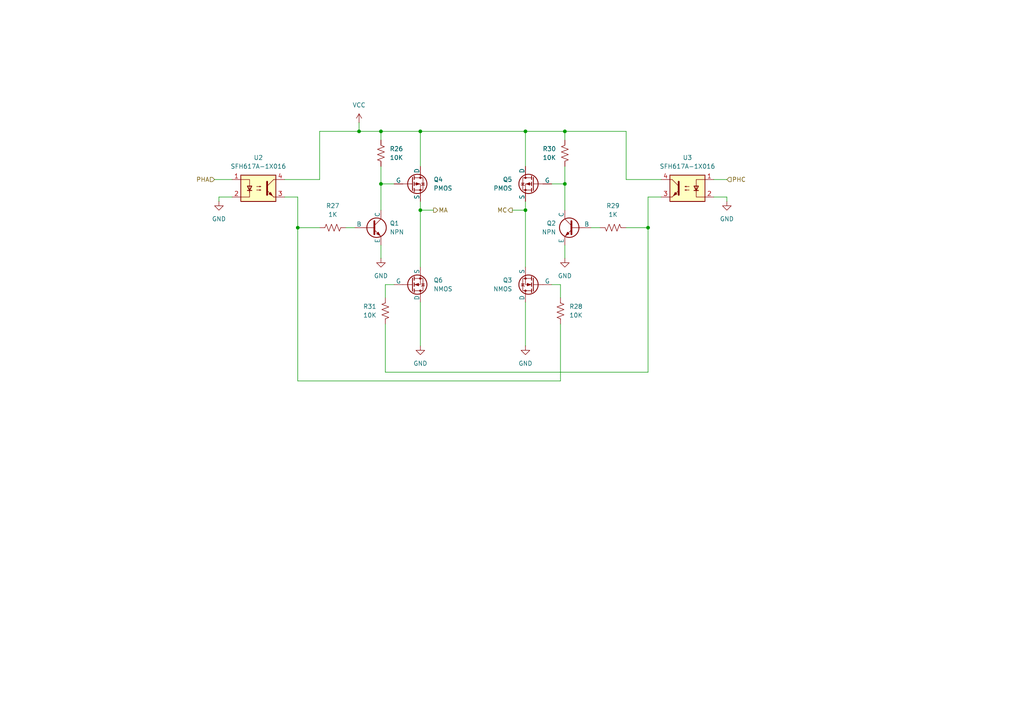
<source format=kicad_sch>
(kicad_sch (version 20250114) (generator "eeschema") (generator_version "9.0")
  (paper "A4")
  (lib_symbols
    (symbol "Device:R_US" (pin_numbers (hide yes)) (pin_names (offset 0))
      (property "Reference" "R" (at 2.54 0 90))
      (property "Value" "R_US" (at -2.54 0 90))
      (symbol "R_US_0_1"
        (polyline (pts (xy 0 2.286) (xy 0 2.54)))
        (polyline (pts (xy 0 2.286) (xy 1.016 1.905) (xy 0 1.524) (xy -1.016 1.143) (xy 0 0.762)))
        (polyline (pts (xy 0 0.762) (xy 1.016 0.381) (xy 0 0) (xy -1.016 -0.381) (xy 0 -0.762)))
        (polyline (pts (xy 0 -0.762) (xy 1.016 -1.143) (xy 0 -1.524) (xy -1.016 -1.905) (xy 0 -2.286)))
        (polyline (pts (xy 0 -2.286) (xy 0 -2.54)))
      )
      (symbol "R_US_1_1"
        (pin passive line (at 0 3.81 270) (length 1.27) (name "~") (number "1"))
        (pin passive line (at 0 -3.81 90) (length 1.27) (name "~") (number "2"))
      )
    )
    (symbol "Isolator:SFH617A-1X016" (pin_names (offset 1.016))
      (property "Reference" "U" (at -5.08 5.08 0))
      (property "Value" "SFH617A-1X016" (at 0 5.08 0))
      (symbol "SFH617A-1X016_0_1"
        (rectangle (start -5.08 3.81) (end 5.08 -3.81) (stroke (width 0.254)) (fill (type background)))
        (polyline (pts (xy -5.08 2.54) (xy -2.54 2.54) (xy -2.54 -1.27) (xy -2.54 0.635)))
        (polyline (pts (xy -3.175 -0.635) (xy -1.905 -0.635)) (stroke (width 0.254)))
        (polyline (pts (xy -2.54 -0.635) (xy -2.54 -2.54) (xy -5.08 -2.54)))
        (polyline (pts (xy -2.54 -0.635) (xy -3.175 0.635) (xy -1.905 0.635) (xy -2.54 -0.635)) (stroke (width 0.254)))
        (polyline (pts (xy -0.508 0.508) (xy 0.762 0.508) (xy 0.381 0.381) (xy 0.381 0.635) (xy 0.762 0.508)))
        (polyline (pts (xy -0.508 -0.508) (xy 0.762 -0.508) (xy 0.381 -0.635) (xy 0.381 -0.381) (xy 0.762 -0.508)))
        (polyline (pts (xy 2.54 1.905) (xy 2.54 -1.905) (xy 2.54 -1.905)) (stroke (width 0.508)))
        (polyline (pts (xy 2.54 0.635) (xy 4.445 2.54)))
        (polyline (pts (xy 3.048 -1.651) (xy 3.556 -1.143) (xy 4.064 -2.159) (xy 3.048 -1.651) (xy 3.048 -1.651)) (fill (type outline)))
        (polyline (pts (xy 4.445 2.54) (xy 5.08 2.54)))
        (polyline (pts (xy 4.445 -2.54) (xy 2.54 -0.635)) (fill (type outline)))
        (polyline (pts (xy 4.445 -2.54) (xy 5.08 -2.54)))
      )
      (symbol "SFH617A-1X016_1_1"
        (pin passive line (at -7.62 2.54 0) (length 2.54) (name "~") (number "1"))
        (pin passive line (at -7.62 -2.54 0) (length 2.54) (name "~") (number "2"))
        (pin passive line (at 7.62 2.54 180) (length 2.54) (name "~") (number "4"))
        (pin passive line (at 7.62 -2.54 180) (length 2.54) (name "~") (number "3"))
      )
    )
    (symbol "Simulation_SPICE:NMOS" (pin_numbers (hide yes)) (pin_names (offset 0))
      (property "Reference" "Q" (at 5.08 1.27 0))
      (property "Value" "NMOS" (at 5.08 -1.27 0))
      (symbol "NMOS_0_1"
        (polyline (pts (xy 0.254 1.905) (xy 0.254 -1.905)) (stroke (width 0.254)))
        (polyline (pts (xy 0.254 0) (xy -2.54 0)))
        (polyline (pts (xy 0.762 2.286) (xy 0.762 1.27)) (stroke (width 0.254)))
        (polyline (pts (xy 0.762 0.508) (xy 0.762 -0.508)) (stroke (width 0.254)))
        (polyline (pts (xy 0.762 -1.27) (xy 0.762 -2.286)) (stroke (width 0.254)))
        (polyline (pts (xy 0.762 -1.778) (xy 3.302 -1.778) (xy 3.302 1.778) (xy 0.762 1.778)))
        (polyline (pts (xy 1.016 0) (xy 2.032 0.381) (xy 2.032 -0.381) (xy 1.016 0)) (fill (type outline)))
        (circle (center 1.651 0) (radius 2.794) (stroke (width 0.254)))
        (polyline (pts (xy 2.54 2.54) (xy 2.54 1.778)))
        (circle (center 2.54 1.778) (radius 0.254) (fill (type outline)))
        (circle (center 2.54 -1.778) (radius 0.254) (fill (type outline)))
        (polyline (pts (xy 2.54 -2.54) (xy 2.54 0) (xy 0.762 0)))
        (polyline (pts (xy 2.794 0.508) (xy 2.921 0.381) (xy 3.683 0.381) (xy 3.81 0.254)))
        (polyline (pts (xy 3.302 0.381) (xy 2.921 -0.254) (xy 3.683 -0.254) (xy 3.302 0.381)))
      )
      (symbol "NMOS_1_1"
        (pin input line (at -5.08 0 0) (length 2.54) (name "G") (number "2"))
        (pin passive line (at 2.54 5.08 270) (length 2.54) (name "D") (number "1"))
        (pin passive line (at 2.54 -5.08 90) (length 2.54) (name "S") (number "3"))
      )
    )
    (symbol "Simulation_SPICE:NPN" (pin_numbers (hide yes)) (pin_names (offset 0))
      (property "Reference" "Q" (at -2.54 7.62 0))
      (property "Value" "NPN" (at -2.54 5.08 0))
      (symbol "NPN_0_1"
        (polyline (pts (xy -2.54 0) (xy 0.635 0)) (stroke (width 0.1524)))
        (polyline (pts (xy 0.635 1.905) (xy 0.635 -1.905) (xy 0.635 -1.905)) (stroke (width 0.508)))
        (polyline (pts (xy 0.635 0.635) (xy 2.54 2.54)))
        (polyline (pts (xy 0.635 -0.635) (xy 2.54 -2.54) (xy 2.54 -2.54)))
        (circle (center 1.27 0) (radius 2.8194) (stroke (width 0.254)))
        (polyline (pts (xy 1.27 -1.778) (xy 1.778 -1.27) (xy 2.286 -2.286) (xy 1.27 -1.778) (xy 1.27 -1.778)) (fill (type outline)))
        (polyline (pts (xy 2.794 -1.27) (xy 2.794 -1.27)) (stroke (width 0.1524)))
        (polyline (pts (xy 2.794 -1.27) (xy 2.794 -1.27)) (stroke (width 0.1524)))
      )
      (symbol "NPN_1_1"
        (pin input line (at -5.08 0 0) (length 2.54) (name "B") (number "2"))
        (pin open_collector line (at 2.54 5.08 270) (length 2.54) (name "C") (number "1"))
        (pin open_emitter line (at 2.54 -5.08 90) (length 2.54) (name "E") (number "3"))
      )
    )
    (symbol "Simulation_SPICE:PMOS" (pin_numbers (hide yes)) (pin_names (offset 0))
      (property "Reference" "Q" (at 5.08 1.27 0))
      (property "Value" "PMOS" (at 5.08 -1.27 0))
      (symbol "PMOS_0_1"
        (polyline (pts (xy 0.254 1.905) (xy 0.254 -1.905)) (stroke (width 0.254)))
        (polyline (pts (xy 0.254 0) (xy -2.54 0)))
        (polyline (pts (xy 0.762 2.286) (xy 0.762 1.27)) (stroke (width 0.254)))
        (polyline (pts (xy 0.762 1.778) (xy 3.302 1.778) (xy 3.302 -1.778) (xy 0.762 -1.778)))
        (polyline (pts (xy 0.762 0.508) (xy 0.762 -0.508)) (stroke (width 0.254)))
        (polyline (pts (xy 0.762 -1.27) (xy 0.762 -2.286)) (stroke (width 0.254)))
        (circle (center 1.651 0) (radius 2.794) (stroke (width 0.254)))
        (polyline (pts (xy 2.286 0) (xy 1.27 0.381) (xy 1.27 -0.381) (xy 2.286 0)) (fill (type outline)))
        (polyline (pts (xy 2.54 2.54) (xy 2.54 1.778)))
        (circle (center 2.54 1.778) (radius 0.254) (fill (type outline)))
        (circle (center 2.54 -1.778) (radius 0.254) (fill (type outline)))
        (polyline (pts (xy 2.54 -2.54) (xy 2.54 0) (xy 0.762 0)))
        (polyline (pts (xy 2.794 -0.508) (xy 2.921 -0.381) (xy 3.683 -0.381) (xy 3.81 -0.254)))
        (polyline (pts (xy 3.302 -0.381) (xy 2.921 0.254) (xy 3.683 0.254) (xy 3.302 -0.381)))
      )
      (symbol "PMOS_1_1"
        (pin input line (at -5.08 0 0) (length 2.54) (name "G") (number "2"))
        (pin passive line (at 2.54 5.08 270) (length 2.54) (name "D") (number "1"))
        (pin passive line (at 2.54 -5.08 90) (length 2.54) (name "S") (number "3"))
      )
    )
    (symbol "power:GND" (power) (pin_numbers (hide yes)) (pin_names (offset 0) (hide yes))
      (property "Value" "GND" (at 0 -3.81 0))
      (symbol "GND_0_1"
        (polyline (pts (xy 0 0) (xy 0 -1.27) (xy 1.27 -1.27) (xy 0 -2.54) (xy -1.27 -1.27) (xy 0 -1.27)))
      )
      (symbol "GND_1_1"
        (pin power_in line (at 0 0 270) (length 0) (name "~") (number "1"))
      )
    )
    (symbol "power:VCC" (power) (pin_numbers (hide yes)) (pin_names (offset 0) (hide yes))
      (property "Value" "VCC" (at 0 3.556 0))
      (symbol "VCC_0_1"
        (polyline (pts (xy -0.762 1.27) (xy 0 2.54)))
        (polyline (pts (xy 0 2.54) (xy 0.762 1.27)))
        (polyline (pts (xy 0 0) (xy 0 2.54)))
      )
      (symbol "VCC_1_1"
        (pin power_in line (at 0 0 90) (length 0) (name "~") (number "1"))
      )
    )
  )
  (junction (at 110.49 38.1))
  (junction (at 152.4 38.1))
  (junction (at 86.36 66.04))
  (junction (at 163.83 38.1))
  (junction (at 187.96 66.04))
  (junction (at 152.4 60.96))
  (junction (at 110.49 53.34))
  (junction (at 104.14 38.1))
  (junction (at 121.92 60.96))
  (junction (at 163.83 53.34))
  (junction (at 121.92 38.1))
  (wire (pts (xy 207.01 52.07) (xy 210.82 52.07)))
  (wire (pts (xy 173.99 66.04) (xy 171.45 66.04)))
  (wire (pts (xy 121.92 38.1) (xy 110.49 38.1)))
  (wire (pts (xy 111.76 93.98) (xy 111.76 107.95)))
  (wire (pts (xy 63.5 58.42) (xy 63.5 57.15)))
  (wire (pts (xy 92.71 52.07) (xy 92.71 38.1)))
  (wire (pts (xy 163.83 53.34) (xy 160.02 53.34)))
  (wire (pts (xy 152.4 87.63) (xy 152.4 100.33)))
  (wire (pts (xy 63.5 57.15) (xy 67.31 57.15)))
  (wire (pts (xy 114.3 82.55) (xy 111.76 82.55)))
  (wire (pts (xy 187.96 107.95) (xy 111.76 107.95)))
  (wire (pts (xy 163.83 38.1) (xy 163.83 40.64)))
  (wire (pts (xy 163.83 53.34) (xy 163.83 60.96)))
  (wire (pts (xy 121.92 48.26) (xy 121.92 38.1)))
  (wire (pts (xy 187.96 66.04) (xy 181.61 66.04)))
  (wire (pts (xy 121.92 60.96) (xy 121.92 77.47)))
  (wire (pts (xy 152.4 38.1) (xy 163.83 38.1)))
  (wire (pts (xy 92.71 52.07) (xy 82.55 52.07)))
  (wire (pts (xy 162.56 82.55) (xy 162.56 86.36)))
  (wire (pts (xy 181.61 52.07) (xy 181.61 38.1)))
  (wire (pts (xy 187.96 57.15) (xy 187.96 66.04)))
  (wire (pts (xy 152.4 60.96) (xy 152.4 77.47)))
  (wire (pts (xy 121.92 60.96) (xy 121.92 58.42)))
  (wire (pts (xy 86.36 57.15) (xy 86.36 66.04)))
  (wire (pts (xy 86.36 110.49) (xy 162.56 110.49)))
  (wire (pts (xy 86.36 66.04) (xy 92.71 66.04)))
  (wire (pts (xy 163.83 71.12) (xy 163.83 74.93)))
  (wire (pts (xy 86.36 66.04) (xy 86.36 110.49)))
  (wire (pts (xy 110.49 53.34) (xy 114.3 53.34)))
  (wire (pts (xy 163.83 48.26) (xy 163.83 53.34)))
  (wire (pts (xy 86.36 57.15) (xy 82.55 57.15)))
  (wire (pts (xy 121.92 87.63) (xy 121.92 100.33)))
  (wire (pts (xy 111.76 82.55) (xy 111.76 86.36)))
  (wire (pts (xy 152.4 48.26) (xy 152.4 38.1)))
  (wire (pts (xy 125.73 60.96) (xy 121.92 60.96)))
  (wire (pts (xy 181.61 52.07) (xy 191.77 52.07)))
  (wire (pts (xy 210.82 57.15) (xy 210.82 58.42)))
  (wire (pts (xy 207.01 57.15) (xy 210.82 57.15)))
  (wire (pts (xy 110.49 38.1) (xy 110.49 40.64)))
  (wire (pts (xy 162.56 93.98) (xy 162.56 110.49)))
  (wire (pts (xy 100.33 66.04) (xy 102.87 66.04)))
  (wire (pts (xy 104.14 35.56) (xy 104.14 38.1)))
  (wire (pts (xy 163.83 38.1) (xy 181.61 38.1)))
  (wire (pts (xy 160.02 82.55) (xy 162.56 82.55)))
  (wire (pts (xy 187.96 66.04) (xy 187.96 107.95)))
  (wire (pts (xy 121.92 38.1) (xy 152.4 38.1)))
  (wire (pts (xy 110.49 48.26) (xy 110.49 53.34)))
  (wire (pts (xy 104.14 38.1) (xy 110.49 38.1)))
  (wire (pts (xy 152.4 60.96) (xy 152.4 58.42)))
  (wire (pts (xy 187.96 57.15) (xy 191.77 57.15)))
  (wire (pts (xy 110.49 71.12) (xy 110.49 74.93)))
  (wire (pts (xy 148.59 60.96) (xy 152.4 60.96)))
  (wire (pts (xy 92.71 38.1) (xy 104.14 38.1)))
  (wire (pts (xy 110.49 53.34) (xy 110.49 60.96)))
  (wire (pts (xy 62.23 52.07) (xy 67.31 52.07)))
  (hierarchical_label "MA" (shape output) (at 125.73 60.96 0))
  (hierarchical_label "PHC" (shape input) (at 210.82 52.07 0))
  (hierarchical_label "MC" (shape output) (at 148.59 60.96 180))
  (hierarchical_label "PHA" (shape input) (at 62.23 52.07 180))
  (symbol (lib_id "Simulation_SPICE:NPN") (at 166.37 66.04 0) (mirror y) (unit 1)
    (property "Reference" "Q2" (at 161.29 64.7699 0) (effects (justify left)))
    (property "Value" "NPN" (at 161.29 67.3099 0) (effects (justify left)))
    (property "Datasheet" "https://ngspice.sourceforge.io/docs/ngspice-html-manual/manual.xhtml#cha_BJTs" (effects (hide yes)))
    (property "Description" "Bipolar transistor symbol for simulation only, substrate tied to the emitter" (effects (hide yes)))
    (property "Sim.Device" "NPN" (effects (hide yes)))
    (property "Sim.Type" "GUMMELPOON" (effects (hide yes)))
    (property "Sim.Pins" "1=C 2=B 3=E" (effects (hide yes)))
  )
  (symbol (lib_id "Simulation_SPICE:NMOS") (at 154.94 82.55 180) (unit 1)
    (property "Reference" "Q3" (at 148.59 81.2799 0) (effects (justify left)))
    (property "Value" "NMOS" (at 148.59 83.8199 0) (effects (justify left)))
    (property "Datasheet" "https://ngspice.sourceforge.io/docs/ngspice-html-manual/manual.xhtml#cha_MOSFETs" (effects (hide yes)))
    (property "Description" "N-MOSFET transistor, drain/source/gate" (effects (hide yes)))
    (property "Sim.Device" "NMOS" (effects (hide yes)))
    (property "Sim.Type" "VDMOS" (effects (hide yes)))
    (property "Sim.Pins" "1=D 2=G 3=S" (effects (hide yes)))
  )
  (symbol (lib_id "Simulation_SPICE:NMOS") (at 119.38 82.55 0) (mirror x) (unit 1)
    (property "Reference" "Q6" (at 125.73 81.2799 0) (effects (justify left)))
    (property "Value" "NMOS" (at 125.73 83.8199 0) (effects (justify left)))
    (property "Datasheet" "https://ngspice.sourceforge.io/docs/ngspice-html-manual/manual.xhtml#cha_MOSFETs" (effects (hide yes)))
    (property "Description" "N-MOSFET transistor, drain/source/gate" (effects (hide yes)))
    (property "Sim.Device" "NMOS" (effects (hide yes)))
    (property "Sim.Type" "VDMOS" (effects (hide yes)))
    (property "Sim.Pins" "1=D 2=G 3=S" (effects (hide yes)))
  )
  (symbol (lib_id "power:GND") (at 163.83 74.93 0) (mirror y) (unit 1)
    (property "Reference" "#PWR044" (effects (hide yes)))
    (property "Value" "GND" (at 163.83 80.01 0))
    (property "Description" "Power symbol creates a global label with name \"GND\" , ground" (effects (hide yes)))
  )
  (symbol (lib_id "Device:R_US") (at 110.49 44.45 0) (unit 1)
    (property "Reference" "R26" (at 113.03 43.1799 0) (effects (justify left)))
    (property "Value" "10K" (at 113.03 45.7199 0) (effects (justify left)))
    (property "Description" "Resistor, US symbol" (effects (hide yes)))
  )
  (symbol (lib_id "Device:R_US") (at 96.52 66.04 90) (unit 1)
    (property "Reference" "R27" (at 96.52 59.69 90))
    (property "Value" "1K" (at 96.52 62.23 90))
    (property "Description" "Resistor, US symbol" (effects (hide yes)))
  )
  (symbol (lib_id "Simulation_SPICE:PMOS") (at 119.38 53.34 0) (unit 1)
    (property "Reference" "Q4" (at 125.73 52.0699 0) (effects (justify left)))
    (property "Value" "PMOS" (at 125.73 54.6099 0) (effects (justify left)))
    (property "Datasheet" "https://ngspice.sourceforge.io/docs/ngspice-html-manual/manual.xhtml#cha_MOSFETs" (effects (hide yes)))
    (property "Description" "P-MOSFET transistor, drain/source/gate" (effects (hide yes)))
    (property "Sim.Device" "PMOS" (effects (hide yes)))
    (property "Sim.Type" "VDMOS" (effects (hide yes)))
    (property "Sim.Pins" "1=D 2=G 3=S" (effects (hide yes)))
  )
  (symbol (lib_id "Simulation_SPICE:PMOS") (at 154.94 53.34 0) (mirror y) (unit 1)
    (property "Reference" "Q5" (at 148.59 52.0699 0) (effects (justify left)))
    (property "Value" "PMOS" (at 148.59 54.6099 0) (effects (justify left)))
    (property "Datasheet" "https://ngspice.sourceforge.io/docs/ngspice-html-manual/manual.xhtml#cha_MOSFETs" (effects (hide yes)))
    (property "Description" "P-MOSFET transistor, drain/source/gate" (effects (hide yes)))
    (property "Sim.Device" "PMOS" (effects (hide yes)))
    (property "Sim.Type" "VDMOS" (effects (hide yes)))
    (property "Sim.Pins" "1=D 2=G 3=S" (effects (hide yes)))
  )
  (symbol (lib_id "Device:R_US") (at 111.76 90.17 0) (mirror y) (unit 1)
    (property "Reference" "R31" (at 109.22 88.8999 0) (effects (justify left)))
    (property "Value" "10K" (at 109.22 91.4399 0) (effects (justify left)))
    (property "Description" "Resistor, US symbol" (effects (hide yes)))
  )
  (symbol (lib_id "Isolator:SFH617A-1X016") (at 74.93 54.61 0) (unit 1)
    (property "Reference" "U2" (at 74.93 45.72 0))
    (property "Value" "SFH617A-1X016" (at 74.93 48.26 0))
    (property "Footprint" "Package_DIP:DIP-4_W10.16mm" (effects (hide yes)))
    (property "Datasheet" "http://www.vishay.com/docs/83740/sfh617a.pdf" (effects (hide yes)))
    (property "Description" "Optocoupler, Phototransistor Output, 5300 VRMS, VCEO 70V, CTR% 40-80, -55 to +110 degree Celsius, VDE, UL, BSI, FIMKO, cUL, wide THT PDIP-4" (effects (hide yes)))
  )
  (symbol (lib_id "power:GND") (at 121.92 100.33 0) (mirror y) (unit 1)
    (property "Reference" "#PWR045" (effects (hide yes)))
    (property "Value" "GND" (at 121.92 105.41 0))
    (property "Description" "Power symbol creates a global label with name \"GND\" , ground" (effects (hide yes)))
  )
  (symbol (lib_id "Device:R_US") (at 162.56 90.17 0) (unit 1)
    (property "Reference" "R28" (at 165.1 88.8999 0) (effects (justify left)))
    (property "Value" "10K" (at 165.1 91.4399 0) (effects (justify left)))
    (property "Description" "Resistor, US symbol" (effects (hide yes)))
  )
  (symbol (lib_id "power:VCC") (at 104.14 35.56 0) (unit 1)
    (property "Reference" "#PWR040" (effects (hide yes)))
    (property "Value" "VCC" (at 104.14 30.48 0))
    (property "Description" "Power symbol creates a global label with name \"VCC\"" (effects (hide yes)))
  )
  (symbol (lib_id "power:GND") (at 110.49 74.93 0) (unit 1)
    (property "Reference" "#PWR041" (effects (hide yes)))
    (property "Value" "GND" (at 110.49 80.01 0))
    (property "Description" "Power symbol creates a global label with name \"GND\" , ground" (effects (hide yes)))
  )
  (symbol (lib_id "Simulation_SPICE:NPN") (at 107.95 66.04 0) (unit 1)
    (property "Reference" "Q1" (at 113.03 64.7699 0) (effects (justify left)))
    (property "Value" "NPN" (at 113.03 67.3099 0) (effects (justify left)))
    (property "Datasheet" "https://ngspice.sourceforge.io/docs/ngspice-html-manual/manual.xhtml#cha_BJTs" (effects (hide yes)))
    (property "Description" "Bipolar transistor symbol for simulation only, substrate tied to the emitter" (effects (hide yes)))
    (property "Sim.Device" "NPN" (effects (hide yes)))
    (property "Sim.Type" "GUMMELPOON" (effects (hide yes)))
    (property "Sim.Pins" "1=C 2=B 3=E" (effects (hide yes)))
  )
  (symbol (lib_id "power:GND") (at 152.4 100.33 0) (unit 1)
    (property "Reference" "#PWR042" (effects (hide yes)))
    (property "Value" "GND" (at 152.4 105.41 0))
    (property "Description" "Power symbol creates a global label with name \"GND\" , ground" (effects (hide yes)))
  )
  (symbol (lib_id "Device:R_US") (at 177.8 66.04 270) (mirror x) (unit 1)
    (property "Reference" "R29" (at 177.8 59.69 90))
    (property "Value" "1K" (at 177.8 62.23 90))
    (property "Description" "Resistor, US symbol" (effects (hide yes)))
  )
  (symbol (lib_id "Device:R_US") (at 163.83 44.45 0) (mirror y) (unit 1)
    (property "Reference" "R30" (at 161.29 43.1799 0) (effects (justify left)))
    (property "Value" "10K" (at 161.29 45.7199 0) (effects (justify left)))
    (property "Description" "Resistor, US symbol" (effects (hide yes)))
  )
  (symbol (lib_id "power:GND") (at 63.5 58.42 0) (unit 1)
    (property "Reference" "#PWR043" (effects (hide yes)))
    (property "Value" "GND" (at 63.5 63.5 0))
    (property "Description" "Power symbol creates a global label with name \"GND\" , ground" (effects (hide yes)))
  )
  (symbol (lib_id "Isolator:SFH617A-1X016") (at 199.39 54.61 0) (mirror y) (unit 1)
    (property "Reference" "U3" (at 199.39 45.72 0))
    (property "Value" "SFH617A-1X016" (at 199.39 48.26 0))
    (property "Footprint" "Package_DIP:DIP-4_W10.16mm" (effects (hide yes)))
    (property "Datasheet" "http://www.vishay.com/docs/83740/sfh617a.pdf" (effects (hide yes)))
    (property "Description" "Optocoupler, Phototransistor Output, 5300 VRMS, VCEO 70V, CTR% 40-80, -55 to +110 degree Celsius, VDE, UL, BSI, FIMKO, cUL, wide THT PDIP-4" (effects (hide yes)))
  )
  (symbol (lib_id "power:GND") (at 210.82 58.42 0) (unit 1)
    (property "Reference" "#PWR046" (effects (hide yes)))
    (property "Value" "GND" (at 210.82 63.5 0))
    (property "Description" "Power symbol creates a global label with name \"GND\" , ground" (effects (hide yes)))
  )
)
</source>
